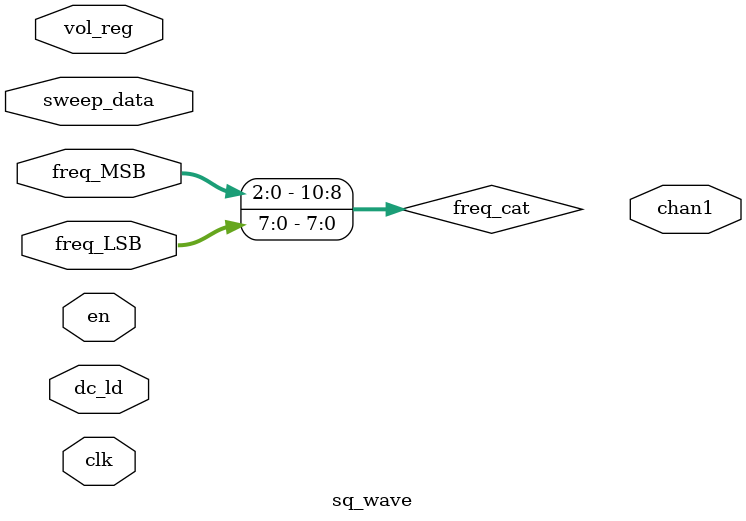
<source format=sv>
`timescale 1ns / 1ps


module sq_wave(
    input clk,
    input en, 
    
    input [7:0] sweep_data, //NR10 -PPP NSSS
    input [7:0] dc_ld, //NR11 DDLL LLLL
    input [7:0] vol_reg, //NR12 VVVV APPP
    input [7:0] freq_LSB, //NR13 FFFF FFFF
    input [7:0] freq_MSB, //NR14 [3:0] -FFF
    
    output chan1
    

    );
    logic freq_clk;
    logic env_clk;
    logic sweep_clk;
    logic len_clk;
        
    logic [10:0] sweep_freq;
  
    


    logic [10:0] freq_cat;
    assign freq_cat = {freq_MSB[2:0],freq_LSB};
    
    sweep freq_sweep(
    .clk(sweep_clk), .freq(freq_cat),
    .period(sweep_data[6:4]), .trigger(),
    .dir(sweep_data[3]), .shift(sweep_data[2:0]),
    .freq_out(sweep_freq)
    );
    
    frame_seq frame (
    .clk(clk), .len_clk(len_clk),
    .env_clk(env_clk), .sweep_clk(sweep_clk)
    );
    
    freq_timer timer (
    .clk(clk), .en(),
    .freq(sweep_freq), .clk_out(freq_clk)
    );
    
    duty_cycler duty (
    .clk(freq_clk), .dc(dc_ld[7:6]),
    .out()
    );
    
    len_counter len_counter (
    .clk(len_clk), .len_load(dc_ld[5:0]),
    .trigger(), .en(),
    .is_wave(0), .out()
    );
    
    envelope volume (
    .clk(env_clk), .vol_init(vol_reg[7:4]),
    .vol_dir(vol_reg[3]), .period(vol_reg[2:0]),
    .volume()
    );
    
    
    
    
    
    
    
endmodule

</source>
